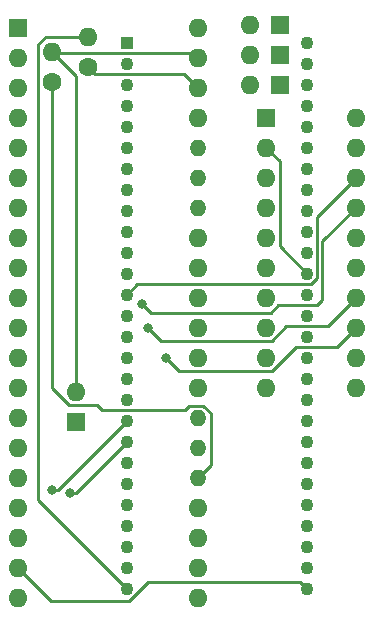
<source format=gbl>
G04 #@! TF.GenerationSoftware,KiCad,Pcbnew,(6.0.0)*
G04 #@! TF.CreationDate,2023-01-29T20:38:55-05:00*
G04 #@! TF.ProjectId,tms7000 54 pin adapter,746d7337-3030-4302-9035-342070696e20,rev?*
G04 #@! TF.SameCoordinates,Original*
G04 #@! TF.FileFunction,Copper,L2,Bot*
G04 #@! TF.FilePolarity,Positive*
%FSLAX46Y46*%
G04 Gerber Fmt 4.6, Leading zero omitted, Abs format (unit mm)*
G04 Created by KiCad (PCBNEW (6.0.0)) date 2023-01-29 20:38:55*
%MOMM*%
%LPD*%
G01*
G04 APERTURE LIST*
G04 #@! TA.AperFunction,ComponentPad*
%ADD10R,1.600000X1.600000*%
G04 #@! TD*
G04 #@! TA.AperFunction,ComponentPad*
%ADD11O,1.600000X1.600000*%
G04 #@! TD*
G04 #@! TA.AperFunction,ComponentPad*
%ADD12C,1.600000*%
G04 #@! TD*
G04 #@! TA.AperFunction,ComponentPad*
%ADD13R,1.100000X1.100000*%
G04 #@! TD*
G04 #@! TA.AperFunction,ComponentPad*
%ADD14C,1.100000*%
G04 #@! TD*
G04 #@! TA.AperFunction,ComponentPad*
%ADD15O,1.400000X1.400000*%
G04 #@! TD*
G04 #@! TA.AperFunction,ViaPad*
%ADD16C,0.800000*%
G04 #@! TD*
G04 #@! TA.AperFunction,Conductor*
%ADD17C,0.250000*%
G04 #@! TD*
G04 APERTURE END LIST*
D10*
X124968000Y-81886315D03*
D11*
X124968000Y-79346315D03*
D12*
X125984000Y-51816000D03*
D11*
X125984000Y-49276000D03*
D10*
X141102000Y-56134000D03*
D11*
X141102000Y-58674000D03*
X141102000Y-61214000D03*
X141102000Y-63754000D03*
X141102000Y-66294000D03*
X141102000Y-68834000D03*
X141102000Y-71374000D03*
X141102000Y-73914000D03*
X141102000Y-76454000D03*
X141102000Y-78994000D03*
X148722000Y-78994000D03*
X148722000Y-76454000D03*
X148722000Y-73914000D03*
X148722000Y-71374000D03*
X148722000Y-68834000D03*
X148722000Y-66294000D03*
X148722000Y-63754000D03*
X148722000Y-61214000D03*
X148722000Y-58674000D03*
X148722000Y-56134000D03*
D13*
X129286000Y-49784000D03*
D14*
X129286000Y-51562000D03*
X129286000Y-53340000D03*
X129286000Y-55118000D03*
X129286000Y-56896000D03*
X129286000Y-58674000D03*
X129286000Y-60452000D03*
X129286000Y-62230000D03*
X129286000Y-64008000D03*
X129286000Y-65786000D03*
X129286000Y-67564000D03*
X129286000Y-69342000D03*
X129286000Y-71120000D03*
X129286000Y-72898000D03*
X129286000Y-74676000D03*
X129286000Y-76454000D03*
X129286000Y-78232000D03*
X129286000Y-80010000D03*
X129286000Y-81788000D03*
X129286000Y-83566000D03*
X129286000Y-85344000D03*
X129286000Y-87122000D03*
X129286000Y-88900000D03*
X129286000Y-90678000D03*
X129286000Y-92456000D03*
X129286000Y-94234000D03*
X129286000Y-96012000D03*
X144526000Y-96012000D03*
X144526000Y-94234000D03*
X144526000Y-92456000D03*
X144526000Y-90678000D03*
X144526000Y-88900000D03*
X144526000Y-87122000D03*
X144526000Y-85344000D03*
X144526000Y-83566000D03*
X144526000Y-81788000D03*
X144526000Y-80010000D03*
X144526000Y-78232000D03*
X144526000Y-76454000D03*
X144526000Y-74676000D03*
X144526000Y-72898000D03*
X144526000Y-71120000D03*
X144526000Y-69342000D03*
X144526000Y-67564000D03*
X144526000Y-65786000D03*
X144526000Y-64008000D03*
X144526000Y-62230000D03*
X144526000Y-60452000D03*
X144526000Y-58674000D03*
X144526000Y-56896000D03*
X144526000Y-55118000D03*
X144526000Y-53340000D03*
X144526000Y-51562000D03*
X144526000Y-49784000D03*
D10*
X120116000Y-48531500D03*
D11*
X120116000Y-51071500D03*
X120116000Y-53611500D03*
X120116000Y-56151500D03*
X120116000Y-58691500D03*
X120116000Y-61231500D03*
X120116000Y-63771500D03*
X120116000Y-66311500D03*
X120116000Y-68851500D03*
X120116000Y-71391500D03*
X120116000Y-73931500D03*
X120116000Y-76471500D03*
X120116000Y-79011500D03*
X120116000Y-81551500D03*
X120116000Y-84091500D03*
X120116000Y-86631500D03*
X120116000Y-89171500D03*
X120116000Y-91711500D03*
X120116000Y-94251500D03*
X120116000Y-96791500D03*
X135356000Y-96791500D03*
X135356000Y-94251500D03*
X135356000Y-91711500D03*
X135356000Y-89171500D03*
D15*
X135356000Y-86631500D03*
X135356000Y-84091500D03*
X135356000Y-81551500D03*
D11*
X135356000Y-79011500D03*
X135356000Y-76471500D03*
X135356000Y-73931500D03*
X135356000Y-71391500D03*
X135356000Y-68851500D03*
X135356000Y-66311500D03*
D15*
X135356000Y-63771500D03*
X135356000Y-61231500D03*
X135356000Y-58691500D03*
D11*
X135356000Y-56151500D03*
X135356000Y-53611500D03*
X135356000Y-51071500D03*
X135356000Y-48531500D03*
D12*
X122936000Y-53115000D03*
D11*
X122936000Y-50575000D03*
D10*
X142240000Y-50800000D03*
D11*
X139700000Y-50800000D03*
D10*
X142240000Y-48260000D03*
D11*
X139700000Y-48260000D03*
D10*
X142240000Y-53340000D03*
D11*
X139700000Y-53340000D03*
D16*
X124460000Y-87884000D03*
X122936000Y-87630000D03*
X131064000Y-73914000D03*
X132588000Y-76454000D03*
X130556000Y-71882000D03*
D17*
X123019511Y-50658511D02*
X134943011Y-50658511D01*
X124968000Y-52607000D02*
X122936000Y-50575000D01*
X124968000Y-79346315D02*
X124968000Y-52607000D01*
X122936000Y-50575000D02*
X123019511Y-50658511D01*
X134943011Y-50658511D02*
X135356000Y-51071500D01*
X122428000Y-49276000D02*
X125984000Y-49276000D01*
X121811489Y-88537489D02*
X121811489Y-49892511D01*
X121811489Y-49892511D02*
X122428000Y-49276000D01*
X129286000Y-96012000D02*
X121811489Y-88537489D01*
X125984000Y-51816000D02*
X126604511Y-52436511D01*
X126604511Y-52436511D02*
X134181011Y-52436511D01*
X134181011Y-52436511D02*
X135356000Y-53611500D01*
X124968000Y-87884000D02*
X129286000Y-83566000D01*
X124460000Y-87884000D02*
X124968000Y-87884000D01*
X131072746Y-95462000D02*
X129506746Y-97028000D01*
X129506746Y-97028000D02*
X122892500Y-97028000D01*
X143976000Y-95462000D02*
X131072746Y-95462000D01*
X144526000Y-96012000D02*
X143976000Y-95462000D01*
X122892500Y-97028000D02*
X120116000Y-94251500D01*
X122936000Y-87630000D02*
X123444000Y-87630000D01*
X123444000Y-87630000D02*
X129286000Y-81788000D01*
X122936000Y-78994000D02*
X122936000Y-53115000D01*
X136398000Y-85589500D02*
X136398000Y-81144622D01*
X134595735Y-80526989D02*
X134238213Y-80884511D01*
X126807337Y-80470826D02*
X124412826Y-80470826D01*
X134238213Y-80884511D02*
X127221022Y-80884511D01*
X127221022Y-80884511D02*
X126807337Y-80470826D01*
X135356000Y-86631500D02*
X136398000Y-85589500D01*
X124412826Y-80470826D02*
X122936000Y-78994000D01*
X136398000Y-81144622D02*
X135780367Y-80526989D01*
X135780367Y-80526989D02*
X134595735Y-80526989D01*
X142226511Y-67042511D02*
X142226511Y-59798511D01*
X144526000Y-69342000D02*
X142226511Y-67042511D01*
X142226511Y-59798511D02*
X141102000Y-58674000D01*
X132206011Y-75056011D02*
X131064000Y-73914000D01*
X141550289Y-75056011D02*
X132206011Y-75056011D01*
X146294511Y-73801489D02*
X142804811Y-73801489D01*
X148722000Y-71374000D02*
X146294511Y-73801489D01*
X142804811Y-73801489D02*
X141550289Y-75056011D01*
X148722000Y-61214000D02*
X145400511Y-64535489D01*
X145400511Y-64535489D02*
X145400511Y-69733213D01*
X144888235Y-70245489D02*
X130160511Y-70245489D01*
X145400511Y-69733213D02*
X144888235Y-70245489D01*
X130160511Y-70245489D02*
X129286000Y-71120000D01*
X143595789Y-75550511D02*
X141550289Y-77596011D01*
X141550289Y-77596011D02*
X133730011Y-77596011D01*
X148722000Y-73914000D02*
X147085489Y-75550511D01*
X147085489Y-75550511D02*
X143595789Y-75550511D01*
X133730011Y-77596011D02*
X132588000Y-76454000D01*
X145850031Y-71573969D02*
X145429489Y-71994511D01*
X131318000Y-72644000D02*
X130556000Y-71882000D01*
X145850031Y-66625969D02*
X145850031Y-71573969D01*
X145429489Y-71994511D02*
X142127489Y-71994511D01*
X142127489Y-71994511D02*
X141478000Y-72644000D01*
X141478000Y-72644000D02*
X131318000Y-72644000D01*
X148722000Y-63754000D02*
X145850031Y-66625969D01*
M02*

</source>
